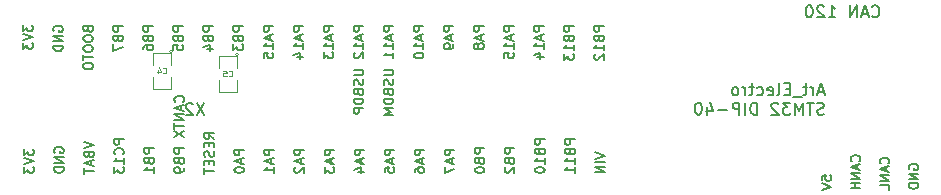
<source format=gbo>
G04 (created by PCBNEW (2013-07-07 BZR 4022)-stable) date 08/01/2015 19:31:04*
%MOIN*%
G04 Gerber Fmt 3.4, Leading zero omitted, Abs format*
%FSLAX34Y34*%
G01*
G70*
G90*
G04 APERTURE LIST*
%ADD10C,0.00590551*%
%ADD11C,0.005*%
%ADD12C,0.008*%
%ADD13C,0.0039*%
%ADD14C,0.0043*%
G04 APERTURE END LIST*
G54D10*
G54D11*
X43978Y-32566D02*
X43978Y-32765D01*
X44101Y-32658D01*
X44101Y-32704D01*
X44116Y-32734D01*
X44131Y-32750D01*
X44162Y-32765D01*
X44239Y-32765D01*
X44269Y-32750D01*
X44285Y-32734D01*
X44300Y-32704D01*
X44300Y-32612D01*
X44285Y-32581D01*
X44269Y-32566D01*
X43978Y-32857D02*
X44300Y-32964D01*
X43978Y-33072D01*
X43978Y-33148D02*
X43978Y-33348D01*
X44101Y-33240D01*
X44101Y-33286D01*
X44116Y-33317D01*
X44131Y-33332D01*
X44162Y-33348D01*
X44239Y-33348D01*
X44269Y-33332D01*
X44285Y-33317D01*
X44300Y-33286D01*
X44300Y-33194D01*
X44285Y-33164D01*
X44269Y-33148D01*
X44995Y-32765D02*
X44979Y-32734D01*
X44979Y-32688D01*
X44995Y-32642D01*
X45025Y-32612D01*
X45056Y-32596D01*
X45117Y-32581D01*
X45163Y-32581D01*
X45225Y-32596D01*
X45255Y-32612D01*
X45286Y-32642D01*
X45301Y-32688D01*
X45301Y-32719D01*
X45286Y-32765D01*
X45271Y-32780D01*
X45163Y-32780D01*
X45163Y-32719D01*
X45301Y-32918D02*
X44979Y-32918D01*
X45301Y-33102D01*
X44979Y-33102D01*
X45301Y-33256D02*
X44979Y-33256D01*
X44979Y-33332D01*
X44995Y-33378D01*
X45025Y-33409D01*
X45056Y-33424D01*
X45117Y-33440D01*
X45163Y-33440D01*
X45225Y-33424D01*
X45255Y-33409D01*
X45286Y-33378D01*
X45301Y-33332D01*
X45301Y-33256D01*
X46134Y-32704D02*
X46150Y-32750D01*
X46165Y-32765D01*
X46196Y-32780D01*
X46242Y-32780D01*
X46272Y-32765D01*
X46288Y-32750D01*
X46303Y-32719D01*
X46303Y-32596D01*
X45981Y-32596D01*
X45981Y-32704D01*
X45996Y-32734D01*
X46012Y-32750D01*
X46042Y-32765D01*
X46073Y-32765D01*
X46104Y-32750D01*
X46119Y-32734D01*
X46134Y-32704D01*
X46134Y-32596D01*
X45981Y-32980D02*
X45981Y-33041D01*
X45996Y-33072D01*
X46027Y-33102D01*
X46088Y-33118D01*
X46196Y-33118D01*
X46257Y-33102D01*
X46288Y-33072D01*
X46303Y-33041D01*
X46303Y-32980D01*
X46288Y-32949D01*
X46257Y-32918D01*
X46196Y-32903D01*
X46088Y-32903D01*
X46027Y-32918D01*
X45996Y-32949D01*
X45981Y-32980D01*
X45981Y-33317D02*
X45981Y-33378D01*
X45996Y-33409D01*
X46027Y-33440D01*
X46088Y-33455D01*
X46196Y-33455D01*
X46257Y-33440D01*
X46288Y-33409D01*
X46303Y-33378D01*
X46303Y-33317D01*
X46288Y-33286D01*
X46257Y-33256D01*
X46196Y-33240D01*
X46088Y-33240D01*
X46027Y-33256D01*
X45996Y-33286D01*
X45981Y-33317D01*
X45981Y-33547D02*
X45981Y-33731D01*
X46303Y-33639D02*
X45981Y-33639D01*
X45981Y-33900D02*
X45981Y-33961D01*
X45996Y-33992D01*
X46027Y-34022D01*
X46088Y-34038D01*
X46196Y-34038D01*
X46257Y-34022D01*
X46288Y-33992D01*
X46303Y-33961D01*
X46303Y-33900D01*
X46288Y-33869D01*
X46257Y-33838D01*
X46196Y-33823D01*
X46088Y-33823D01*
X46027Y-33838D01*
X45996Y-33869D01*
X45981Y-33900D01*
X47305Y-32596D02*
X46983Y-32596D01*
X46983Y-32719D01*
X46998Y-32750D01*
X47013Y-32765D01*
X47044Y-32780D01*
X47090Y-32780D01*
X47121Y-32765D01*
X47136Y-32750D01*
X47151Y-32719D01*
X47151Y-32596D01*
X47136Y-33026D02*
X47151Y-33072D01*
X47167Y-33087D01*
X47197Y-33102D01*
X47243Y-33102D01*
X47274Y-33087D01*
X47289Y-33072D01*
X47305Y-33041D01*
X47305Y-32918D01*
X46983Y-32918D01*
X46983Y-33026D01*
X46998Y-33056D01*
X47013Y-33072D01*
X47044Y-33087D01*
X47075Y-33087D01*
X47105Y-33072D01*
X47121Y-33056D01*
X47136Y-33026D01*
X47136Y-32918D01*
X46983Y-33210D02*
X46983Y-33424D01*
X47305Y-33286D01*
X48306Y-32596D02*
X47984Y-32596D01*
X47984Y-32719D01*
X48000Y-32750D01*
X48015Y-32765D01*
X48046Y-32780D01*
X48092Y-32780D01*
X48122Y-32765D01*
X48138Y-32750D01*
X48153Y-32719D01*
X48153Y-32596D01*
X48138Y-33026D02*
X48153Y-33072D01*
X48168Y-33087D01*
X48199Y-33102D01*
X48245Y-33102D01*
X48276Y-33087D01*
X48291Y-33072D01*
X48306Y-33041D01*
X48306Y-32918D01*
X47984Y-32918D01*
X47984Y-33026D01*
X48000Y-33056D01*
X48015Y-33072D01*
X48046Y-33087D01*
X48076Y-33087D01*
X48107Y-33072D01*
X48122Y-33056D01*
X48138Y-33026D01*
X48138Y-32918D01*
X47984Y-33378D02*
X47984Y-33317D01*
X48000Y-33286D01*
X48015Y-33271D01*
X48061Y-33240D01*
X48122Y-33225D01*
X48245Y-33225D01*
X48276Y-33240D01*
X48291Y-33256D01*
X48306Y-33286D01*
X48306Y-33348D01*
X48291Y-33378D01*
X48276Y-33394D01*
X48245Y-33409D01*
X48168Y-33409D01*
X48138Y-33394D01*
X48122Y-33378D01*
X48107Y-33348D01*
X48107Y-33286D01*
X48122Y-33256D01*
X48138Y-33240D01*
X48168Y-33225D01*
X49308Y-32596D02*
X48986Y-32596D01*
X48986Y-32719D01*
X49001Y-32750D01*
X49017Y-32765D01*
X49047Y-32780D01*
X49093Y-32780D01*
X49124Y-32765D01*
X49139Y-32750D01*
X49155Y-32719D01*
X49155Y-32596D01*
X49139Y-33026D02*
X49155Y-33072D01*
X49170Y-33087D01*
X49201Y-33102D01*
X49247Y-33102D01*
X49277Y-33087D01*
X49293Y-33072D01*
X49308Y-33041D01*
X49308Y-32918D01*
X48986Y-32918D01*
X48986Y-33026D01*
X49001Y-33056D01*
X49017Y-33072D01*
X49047Y-33087D01*
X49078Y-33087D01*
X49109Y-33072D01*
X49124Y-33056D01*
X49139Y-33026D01*
X49139Y-32918D01*
X48986Y-33394D02*
X48986Y-33240D01*
X49139Y-33225D01*
X49124Y-33240D01*
X49109Y-33271D01*
X49109Y-33348D01*
X49124Y-33378D01*
X49139Y-33394D01*
X49170Y-33409D01*
X49247Y-33409D01*
X49277Y-33394D01*
X49293Y-33378D01*
X49308Y-33348D01*
X49308Y-33271D01*
X49293Y-33240D01*
X49277Y-33225D01*
X50309Y-32596D02*
X49987Y-32596D01*
X49987Y-32719D01*
X50003Y-32750D01*
X50018Y-32765D01*
X50049Y-32780D01*
X50095Y-32780D01*
X50125Y-32765D01*
X50141Y-32750D01*
X50156Y-32719D01*
X50156Y-32596D01*
X50141Y-33026D02*
X50156Y-33072D01*
X50171Y-33087D01*
X50202Y-33102D01*
X50248Y-33102D01*
X50279Y-33087D01*
X50294Y-33072D01*
X50309Y-33041D01*
X50309Y-32918D01*
X49987Y-32918D01*
X49987Y-33026D01*
X50003Y-33056D01*
X50018Y-33072D01*
X50049Y-33087D01*
X50079Y-33087D01*
X50110Y-33072D01*
X50125Y-33056D01*
X50141Y-33026D01*
X50141Y-32918D01*
X50095Y-33378D02*
X50309Y-33378D01*
X49972Y-33302D02*
X50202Y-33225D01*
X50202Y-33424D01*
X51311Y-32596D02*
X50989Y-32596D01*
X50989Y-32719D01*
X51004Y-32750D01*
X51020Y-32765D01*
X51050Y-32780D01*
X51096Y-32780D01*
X51127Y-32765D01*
X51142Y-32750D01*
X51158Y-32719D01*
X51158Y-32596D01*
X51142Y-33026D02*
X51158Y-33072D01*
X51173Y-33087D01*
X51204Y-33102D01*
X51250Y-33102D01*
X51280Y-33087D01*
X51296Y-33072D01*
X51311Y-33041D01*
X51311Y-32918D01*
X50989Y-32918D01*
X50989Y-33026D01*
X51004Y-33056D01*
X51020Y-33072D01*
X51050Y-33087D01*
X51081Y-33087D01*
X51112Y-33072D01*
X51127Y-33056D01*
X51142Y-33026D01*
X51142Y-32918D01*
X50989Y-33210D02*
X50989Y-33409D01*
X51112Y-33302D01*
X51112Y-33348D01*
X51127Y-33378D01*
X51142Y-33394D01*
X51173Y-33409D01*
X51250Y-33409D01*
X51280Y-33394D01*
X51296Y-33378D01*
X51311Y-33348D01*
X51311Y-33256D01*
X51296Y-33225D01*
X51280Y-33210D01*
X52313Y-32596D02*
X51991Y-32596D01*
X51991Y-32719D01*
X52006Y-32750D01*
X52021Y-32765D01*
X52052Y-32780D01*
X52098Y-32780D01*
X52129Y-32765D01*
X52144Y-32750D01*
X52159Y-32719D01*
X52159Y-32596D01*
X52221Y-32903D02*
X52221Y-33056D01*
X52313Y-32872D02*
X51991Y-32980D01*
X52313Y-33087D01*
X52313Y-33363D02*
X52313Y-33179D01*
X52313Y-33271D02*
X51991Y-33271D01*
X52037Y-33240D01*
X52067Y-33210D01*
X52083Y-33179D01*
X51991Y-33654D02*
X51991Y-33501D01*
X52144Y-33486D01*
X52129Y-33501D01*
X52113Y-33532D01*
X52113Y-33608D01*
X52129Y-33639D01*
X52144Y-33654D01*
X52175Y-33670D01*
X52251Y-33670D01*
X52282Y-33654D01*
X52297Y-33639D01*
X52313Y-33608D01*
X52313Y-33532D01*
X52297Y-33501D01*
X52282Y-33486D01*
X53314Y-32596D02*
X52992Y-32596D01*
X52992Y-32719D01*
X53008Y-32750D01*
X53023Y-32765D01*
X53054Y-32780D01*
X53100Y-32780D01*
X53130Y-32765D01*
X53146Y-32750D01*
X53161Y-32719D01*
X53161Y-32596D01*
X53222Y-32903D02*
X53222Y-33056D01*
X53314Y-32872D02*
X52992Y-32980D01*
X53314Y-33087D01*
X53314Y-33363D02*
X53314Y-33179D01*
X53314Y-33271D02*
X52992Y-33271D01*
X53038Y-33240D01*
X53069Y-33210D01*
X53084Y-33179D01*
X53100Y-33639D02*
X53314Y-33639D01*
X52977Y-33562D02*
X53207Y-33486D01*
X53207Y-33685D01*
X54316Y-32596D02*
X53994Y-32596D01*
X53994Y-32719D01*
X54009Y-32750D01*
X54025Y-32765D01*
X54055Y-32780D01*
X54101Y-32780D01*
X54132Y-32765D01*
X54147Y-32750D01*
X54163Y-32719D01*
X54163Y-32596D01*
X54224Y-32903D02*
X54224Y-33056D01*
X54316Y-32872D02*
X53994Y-32980D01*
X54316Y-33087D01*
X54316Y-33363D02*
X54316Y-33179D01*
X54316Y-33271D02*
X53994Y-33271D01*
X54040Y-33240D01*
X54071Y-33210D01*
X54086Y-33179D01*
X53994Y-33470D02*
X53994Y-33670D01*
X54117Y-33562D01*
X54117Y-33608D01*
X54132Y-33639D01*
X54147Y-33654D01*
X54178Y-33670D01*
X54255Y-33670D01*
X54285Y-33654D01*
X54301Y-33639D01*
X54316Y-33608D01*
X54316Y-33516D01*
X54301Y-33486D01*
X54285Y-33470D01*
X55317Y-32596D02*
X54995Y-32596D01*
X54995Y-32719D01*
X55011Y-32750D01*
X55026Y-32765D01*
X55057Y-32780D01*
X55103Y-32780D01*
X55133Y-32765D01*
X55149Y-32750D01*
X55164Y-32719D01*
X55164Y-32596D01*
X55225Y-32903D02*
X55225Y-33056D01*
X55317Y-32872D02*
X54995Y-32980D01*
X55317Y-33087D01*
X55317Y-33363D02*
X55317Y-33179D01*
X55317Y-33271D02*
X54995Y-33271D01*
X55041Y-33240D01*
X55072Y-33210D01*
X55087Y-33179D01*
X55026Y-33486D02*
X55011Y-33501D01*
X54995Y-33532D01*
X54995Y-33608D01*
X55011Y-33639D01*
X55026Y-33654D01*
X55057Y-33670D01*
X55087Y-33670D01*
X55133Y-33654D01*
X55317Y-33470D01*
X55317Y-33670D01*
X54995Y-34053D02*
X55256Y-34053D01*
X55287Y-34068D01*
X55302Y-34084D01*
X55317Y-34114D01*
X55317Y-34176D01*
X55302Y-34206D01*
X55287Y-34222D01*
X55256Y-34237D01*
X54995Y-34237D01*
X55302Y-34375D02*
X55317Y-34421D01*
X55317Y-34498D01*
X55302Y-34528D01*
X55287Y-34544D01*
X55256Y-34559D01*
X55225Y-34559D01*
X55195Y-34544D01*
X55179Y-34528D01*
X55164Y-34498D01*
X55149Y-34436D01*
X55133Y-34406D01*
X55118Y-34390D01*
X55087Y-34375D01*
X55057Y-34375D01*
X55026Y-34390D01*
X55011Y-34406D01*
X54995Y-34436D01*
X54995Y-34513D01*
X55011Y-34559D01*
X55149Y-34804D02*
X55164Y-34850D01*
X55179Y-34866D01*
X55210Y-34881D01*
X55256Y-34881D01*
X55287Y-34866D01*
X55302Y-34850D01*
X55317Y-34820D01*
X55317Y-34697D01*
X54995Y-34697D01*
X54995Y-34804D01*
X55011Y-34835D01*
X55026Y-34850D01*
X55057Y-34866D01*
X55087Y-34866D01*
X55118Y-34850D01*
X55133Y-34835D01*
X55149Y-34804D01*
X55149Y-34697D01*
X55317Y-35019D02*
X54995Y-35019D01*
X54995Y-35096D01*
X55011Y-35142D01*
X55041Y-35172D01*
X55072Y-35188D01*
X55133Y-35203D01*
X55179Y-35203D01*
X55241Y-35188D01*
X55271Y-35172D01*
X55302Y-35142D01*
X55317Y-35096D01*
X55317Y-35019D01*
X55317Y-35341D02*
X54995Y-35341D01*
X54995Y-35464D01*
X55011Y-35494D01*
X55026Y-35510D01*
X55057Y-35525D01*
X55103Y-35525D01*
X55133Y-35510D01*
X55149Y-35494D01*
X55164Y-35464D01*
X55164Y-35341D01*
X56319Y-32596D02*
X55997Y-32596D01*
X55997Y-32719D01*
X56012Y-32750D01*
X56028Y-32765D01*
X56058Y-32780D01*
X56104Y-32780D01*
X56135Y-32765D01*
X56150Y-32750D01*
X56166Y-32719D01*
X56166Y-32596D01*
X56227Y-32903D02*
X56227Y-33056D01*
X56319Y-32872D02*
X55997Y-32980D01*
X56319Y-33087D01*
X56319Y-33363D02*
X56319Y-33179D01*
X56319Y-33271D02*
X55997Y-33271D01*
X56043Y-33240D01*
X56074Y-33210D01*
X56089Y-33179D01*
X56319Y-33670D02*
X56319Y-33486D01*
X56319Y-33578D02*
X55997Y-33578D01*
X56043Y-33547D01*
X56074Y-33516D01*
X56089Y-33486D01*
X55997Y-34053D02*
X56258Y-34053D01*
X56288Y-34068D01*
X56304Y-34084D01*
X56319Y-34114D01*
X56319Y-34176D01*
X56304Y-34206D01*
X56288Y-34222D01*
X56258Y-34237D01*
X55997Y-34237D01*
X56304Y-34375D02*
X56319Y-34421D01*
X56319Y-34498D01*
X56304Y-34528D01*
X56288Y-34544D01*
X56258Y-34559D01*
X56227Y-34559D01*
X56196Y-34544D01*
X56181Y-34528D01*
X56166Y-34498D01*
X56150Y-34436D01*
X56135Y-34406D01*
X56120Y-34390D01*
X56089Y-34375D01*
X56058Y-34375D01*
X56028Y-34390D01*
X56012Y-34406D01*
X55997Y-34436D01*
X55997Y-34513D01*
X56012Y-34559D01*
X56150Y-34804D02*
X56166Y-34850D01*
X56181Y-34866D01*
X56212Y-34881D01*
X56258Y-34881D01*
X56288Y-34866D01*
X56304Y-34850D01*
X56319Y-34820D01*
X56319Y-34697D01*
X55997Y-34697D01*
X55997Y-34804D01*
X56012Y-34835D01*
X56028Y-34850D01*
X56058Y-34866D01*
X56089Y-34866D01*
X56120Y-34850D01*
X56135Y-34835D01*
X56150Y-34804D01*
X56150Y-34697D01*
X56319Y-35019D02*
X55997Y-35019D01*
X55997Y-35096D01*
X56012Y-35142D01*
X56043Y-35172D01*
X56074Y-35188D01*
X56135Y-35203D01*
X56181Y-35203D01*
X56242Y-35188D01*
X56273Y-35172D01*
X56304Y-35142D01*
X56319Y-35096D01*
X56319Y-35019D01*
X56319Y-35341D02*
X55997Y-35341D01*
X56227Y-35448D01*
X55997Y-35556D01*
X56319Y-35556D01*
X57321Y-32596D02*
X56999Y-32596D01*
X56999Y-32719D01*
X57014Y-32750D01*
X57029Y-32765D01*
X57060Y-32780D01*
X57106Y-32780D01*
X57137Y-32765D01*
X57152Y-32750D01*
X57167Y-32719D01*
X57167Y-32596D01*
X57229Y-32903D02*
X57229Y-33056D01*
X57321Y-32872D02*
X56999Y-32980D01*
X57321Y-33087D01*
X57321Y-33363D02*
X57321Y-33179D01*
X57321Y-33271D02*
X56999Y-33271D01*
X57045Y-33240D01*
X57075Y-33210D01*
X57091Y-33179D01*
X56999Y-33562D02*
X56999Y-33593D01*
X57014Y-33624D01*
X57029Y-33639D01*
X57060Y-33654D01*
X57121Y-33670D01*
X57198Y-33670D01*
X57259Y-33654D01*
X57290Y-33639D01*
X57305Y-33624D01*
X57321Y-33593D01*
X57321Y-33562D01*
X57305Y-33532D01*
X57290Y-33516D01*
X57259Y-33501D01*
X57198Y-33486D01*
X57121Y-33486D01*
X57060Y-33501D01*
X57029Y-33516D01*
X57014Y-33532D01*
X56999Y-33562D01*
X58322Y-32596D02*
X58000Y-32596D01*
X58000Y-32719D01*
X58016Y-32750D01*
X58031Y-32765D01*
X58062Y-32780D01*
X58108Y-32780D01*
X58138Y-32765D01*
X58154Y-32750D01*
X58169Y-32719D01*
X58169Y-32596D01*
X58230Y-32903D02*
X58230Y-33056D01*
X58322Y-32872D02*
X58000Y-32980D01*
X58322Y-33087D01*
X58322Y-33210D02*
X58322Y-33271D01*
X58307Y-33302D01*
X58292Y-33317D01*
X58246Y-33348D01*
X58184Y-33363D01*
X58062Y-33363D01*
X58031Y-33348D01*
X58016Y-33332D01*
X58000Y-33302D01*
X58000Y-33240D01*
X58016Y-33210D01*
X58031Y-33194D01*
X58062Y-33179D01*
X58138Y-33179D01*
X58169Y-33194D01*
X58184Y-33210D01*
X58200Y-33240D01*
X58200Y-33302D01*
X58184Y-33332D01*
X58169Y-33348D01*
X58138Y-33363D01*
X59324Y-32596D02*
X59002Y-32596D01*
X59002Y-32719D01*
X59017Y-32750D01*
X59033Y-32765D01*
X59063Y-32780D01*
X59109Y-32780D01*
X59140Y-32765D01*
X59155Y-32750D01*
X59171Y-32719D01*
X59171Y-32596D01*
X59232Y-32903D02*
X59232Y-33056D01*
X59324Y-32872D02*
X59002Y-32980D01*
X59324Y-33087D01*
X59140Y-33240D02*
X59125Y-33210D01*
X59109Y-33194D01*
X59079Y-33179D01*
X59063Y-33179D01*
X59033Y-33194D01*
X59017Y-33210D01*
X59002Y-33240D01*
X59002Y-33302D01*
X59017Y-33332D01*
X59033Y-33348D01*
X59063Y-33363D01*
X59079Y-33363D01*
X59109Y-33348D01*
X59125Y-33332D01*
X59140Y-33302D01*
X59140Y-33240D01*
X59155Y-33210D01*
X59171Y-33194D01*
X59201Y-33179D01*
X59263Y-33179D01*
X59293Y-33194D01*
X59309Y-33210D01*
X59324Y-33240D01*
X59324Y-33302D01*
X59309Y-33332D01*
X59293Y-33348D01*
X59263Y-33363D01*
X59201Y-33363D01*
X59171Y-33348D01*
X59155Y-33332D01*
X59140Y-33302D01*
X60325Y-32596D02*
X60003Y-32596D01*
X60003Y-32719D01*
X60019Y-32750D01*
X60034Y-32765D01*
X60065Y-32780D01*
X60111Y-32780D01*
X60141Y-32765D01*
X60157Y-32750D01*
X60172Y-32719D01*
X60172Y-32596D01*
X60233Y-32903D02*
X60233Y-33056D01*
X60325Y-32872D02*
X60003Y-32980D01*
X60325Y-33087D01*
X60325Y-33363D02*
X60325Y-33179D01*
X60325Y-33271D02*
X60003Y-33271D01*
X60049Y-33240D01*
X60080Y-33210D01*
X60095Y-33179D01*
X60003Y-33654D02*
X60003Y-33501D01*
X60157Y-33486D01*
X60141Y-33501D01*
X60126Y-33532D01*
X60126Y-33608D01*
X60141Y-33639D01*
X60157Y-33654D01*
X60187Y-33670D01*
X60264Y-33670D01*
X60295Y-33654D01*
X60310Y-33639D01*
X60325Y-33608D01*
X60325Y-33532D01*
X60310Y-33501D01*
X60295Y-33486D01*
X61327Y-32596D02*
X61005Y-32596D01*
X61005Y-32719D01*
X61020Y-32750D01*
X61036Y-32765D01*
X61066Y-32780D01*
X61112Y-32780D01*
X61143Y-32765D01*
X61158Y-32750D01*
X61174Y-32719D01*
X61174Y-32596D01*
X61235Y-32903D02*
X61235Y-33056D01*
X61327Y-32872D02*
X61005Y-32980D01*
X61327Y-33087D01*
X61327Y-33363D02*
X61327Y-33179D01*
X61327Y-33271D02*
X61005Y-33271D01*
X61051Y-33240D01*
X61082Y-33210D01*
X61097Y-33179D01*
X61112Y-33639D02*
X61327Y-33639D01*
X60990Y-33562D02*
X61220Y-33486D01*
X61220Y-33685D01*
X62329Y-32596D02*
X62007Y-32596D01*
X62007Y-32719D01*
X62022Y-32750D01*
X62037Y-32765D01*
X62068Y-32780D01*
X62114Y-32780D01*
X62145Y-32765D01*
X62160Y-32750D01*
X62175Y-32719D01*
X62175Y-32596D01*
X62160Y-33026D02*
X62175Y-33072D01*
X62191Y-33087D01*
X62221Y-33102D01*
X62267Y-33102D01*
X62298Y-33087D01*
X62313Y-33072D01*
X62329Y-33041D01*
X62329Y-32918D01*
X62007Y-32918D01*
X62007Y-33026D01*
X62022Y-33056D01*
X62037Y-33072D01*
X62068Y-33087D01*
X62099Y-33087D01*
X62129Y-33072D01*
X62145Y-33056D01*
X62160Y-33026D01*
X62160Y-32918D01*
X62329Y-33409D02*
X62329Y-33225D01*
X62329Y-33317D02*
X62007Y-33317D01*
X62053Y-33286D01*
X62083Y-33256D01*
X62099Y-33225D01*
X62007Y-33516D02*
X62007Y-33716D01*
X62129Y-33608D01*
X62129Y-33654D01*
X62145Y-33685D01*
X62160Y-33700D01*
X62191Y-33716D01*
X62267Y-33716D01*
X62298Y-33700D01*
X62313Y-33685D01*
X62329Y-33654D01*
X62329Y-33562D01*
X62313Y-33532D01*
X62298Y-33516D01*
X63330Y-32596D02*
X63008Y-32596D01*
X63008Y-32719D01*
X63024Y-32750D01*
X63039Y-32765D01*
X63070Y-32780D01*
X63116Y-32780D01*
X63146Y-32765D01*
X63162Y-32750D01*
X63177Y-32719D01*
X63177Y-32596D01*
X63162Y-33026D02*
X63177Y-33072D01*
X63192Y-33087D01*
X63223Y-33102D01*
X63269Y-33102D01*
X63300Y-33087D01*
X63315Y-33072D01*
X63330Y-33041D01*
X63330Y-32918D01*
X63008Y-32918D01*
X63008Y-33026D01*
X63024Y-33056D01*
X63039Y-33072D01*
X63070Y-33087D01*
X63100Y-33087D01*
X63131Y-33072D01*
X63146Y-33056D01*
X63162Y-33026D01*
X63162Y-32918D01*
X63330Y-33409D02*
X63330Y-33225D01*
X63330Y-33317D02*
X63008Y-33317D01*
X63054Y-33286D01*
X63085Y-33256D01*
X63100Y-33225D01*
X63039Y-33532D02*
X63024Y-33547D01*
X63008Y-33578D01*
X63008Y-33654D01*
X63024Y-33685D01*
X63039Y-33700D01*
X63070Y-33716D01*
X63100Y-33716D01*
X63146Y-33700D01*
X63330Y-33516D01*
X63330Y-33716D01*
X70595Y-37740D02*
X70595Y-37592D01*
X70743Y-37578D01*
X70728Y-37592D01*
X70713Y-37622D01*
X70713Y-37696D01*
X70728Y-37725D01*
X70743Y-37740D01*
X70772Y-37755D01*
X70846Y-37755D01*
X70875Y-37740D01*
X70890Y-37725D01*
X70905Y-37696D01*
X70905Y-37622D01*
X70890Y-37592D01*
X70875Y-37578D01*
X70595Y-37843D02*
X70905Y-37947D01*
X70595Y-38050D01*
X71843Y-37105D02*
X71858Y-37090D01*
X71873Y-37046D01*
X71873Y-37017D01*
X71858Y-36972D01*
X71829Y-36943D01*
X71799Y-36928D01*
X71740Y-36913D01*
X71696Y-36913D01*
X71637Y-36928D01*
X71607Y-36943D01*
X71578Y-36972D01*
X71563Y-37017D01*
X71563Y-37046D01*
X71578Y-37090D01*
X71593Y-37105D01*
X71784Y-37223D02*
X71784Y-37371D01*
X71873Y-37194D02*
X71563Y-37297D01*
X71873Y-37400D01*
X71873Y-37504D02*
X71563Y-37504D01*
X71873Y-37681D01*
X71563Y-37681D01*
X71873Y-37829D02*
X71563Y-37829D01*
X71711Y-37829D02*
X71711Y-38006D01*
X71873Y-38006D02*
X71563Y-38006D01*
X72811Y-37179D02*
X72826Y-37164D01*
X72841Y-37120D01*
X72841Y-37090D01*
X72826Y-37046D01*
X72797Y-37017D01*
X72767Y-37002D01*
X72708Y-36987D01*
X72664Y-36987D01*
X72605Y-37002D01*
X72575Y-37017D01*
X72546Y-37046D01*
X72531Y-37090D01*
X72531Y-37120D01*
X72546Y-37164D01*
X72561Y-37179D01*
X72752Y-37297D02*
X72752Y-37445D01*
X72841Y-37268D02*
X72531Y-37371D01*
X72841Y-37474D01*
X72841Y-37578D02*
X72531Y-37578D01*
X72841Y-37755D01*
X72531Y-37755D01*
X72841Y-38050D02*
X72841Y-37902D01*
X72531Y-37902D01*
X73514Y-37371D02*
X73499Y-37341D01*
X73499Y-37297D01*
X73514Y-37253D01*
X73543Y-37223D01*
X73573Y-37209D01*
X73632Y-37194D01*
X73676Y-37194D01*
X73735Y-37209D01*
X73765Y-37223D01*
X73794Y-37253D01*
X73809Y-37297D01*
X73809Y-37327D01*
X73794Y-37371D01*
X73779Y-37386D01*
X73676Y-37386D01*
X73676Y-37327D01*
X73809Y-37519D02*
X73499Y-37519D01*
X73809Y-37696D01*
X73499Y-37696D01*
X73809Y-37843D02*
X73499Y-37843D01*
X73499Y-37917D01*
X73514Y-37961D01*
X73543Y-37991D01*
X73573Y-38006D01*
X73632Y-38020D01*
X73676Y-38020D01*
X73735Y-38006D01*
X73765Y-37991D01*
X73794Y-37961D01*
X73809Y-37917D01*
X73809Y-37843D01*
X72270Y-32273D02*
X72290Y-32292D01*
X72347Y-32311D01*
X72385Y-32311D01*
X72442Y-32292D01*
X72480Y-32254D01*
X72499Y-32216D01*
X72518Y-32140D01*
X72518Y-32083D01*
X72499Y-32007D01*
X72480Y-31969D01*
X72442Y-31930D01*
X72385Y-31911D01*
X72347Y-31911D01*
X72290Y-31930D01*
X72270Y-31950D01*
X72118Y-32197D02*
X71928Y-32197D01*
X72156Y-32311D02*
X72023Y-31911D01*
X71890Y-32311D01*
X71756Y-32311D02*
X71756Y-31911D01*
X71528Y-32311D01*
X71528Y-31911D01*
X70823Y-32311D02*
X71051Y-32311D01*
X70937Y-32311D02*
X70937Y-31911D01*
X70975Y-31969D01*
X71013Y-32007D01*
X71051Y-32026D01*
X70670Y-31950D02*
X70651Y-31930D01*
X70613Y-31911D01*
X70518Y-31911D01*
X70480Y-31930D01*
X70461Y-31950D01*
X70442Y-31988D01*
X70442Y-32026D01*
X70461Y-32083D01*
X70690Y-32311D01*
X70442Y-32311D01*
X70194Y-31911D02*
X70156Y-31911D01*
X70118Y-31930D01*
X70099Y-31950D01*
X70080Y-31988D01*
X70061Y-32064D01*
X70061Y-32159D01*
X70080Y-32235D01*
X70099Y-32273D01*
X70118Y-32292D01*
X70156Y-32311D01*
X70194Y-32311D01*
X70232Y-32292D01*
X70251Y-32273D01*
X70270Y-32235D01*
X70290Y-32159D01*
X70290Y-32064D01*
X70270Y-31988D01*
X70251Y-31950D01*
X70232Y-31930D01*
X70194Y-31911D01*
X44008Y-36706D02*
X44008Y-36906D01*
X44131Y-36798D01*
X44131Y-36844D01*
X44146Y-36875D01*
X44161Y-36890D01*
X44192Y-36906D01*
X44269Y-36906D01*
X44299Y-36890D01*
X44315Y-36875D01*
X44330Y-36844D01*
X44330Y-36752D01*
X44315Y-36722D01*
X44299Y-36706D01*
X44008Y-36998D02*
X44330Y-37105D01*
X44008Y-37212D01*
X44008Y-37289D02*
X44008Y-37488D01*
X44131Y-37381D01*
X44131Y-37427D01*
X44146Y-37458D01*
X44161Y-37473D01*
X44192Y-37488D01*
X44269Y-37488D01*
X44299Y-37473D01*
X44315Y-37458D01*
X44330Y-37427D01*
X44330Y-37335D01*
X44315Y-37304D01*
X44299Y-37289D01*
X45025Y-36814D02*
X45009Y-36783D01*
X45009Y-36737D01*
X45025Y-36691D01*
X45055Y-36660D01*
X45086Y-36645D01*
X45147Y-36630D01*
X45193Y-36630D01*
X45255Y-36645D01*
X45285Y-36660D01*
X45316Y-36691D01*
X45331Y-36737D01*
X45331Y-36768D01*
X45316Y-36814D01*
X45301Y-36829D01*
X45193Y-36829D01*
X45193Y-36768D01*
X45331Y-36967D02*
X45009Y-36967D01*
X45331Y-37151D01*
X45009Y-37151D01*
X45331Y-37304D02*
X45009Y-37304D01*
X45009Y-37381D01*
X45025Y-37427D01*
X45055Y-37458D01*
X45086Y-37473D01*
X45147Y-37488D01*
X45193Y-37488D01*
X45255Y-37473D01*
X45285Y-37458D01*
X45316Y-37427D01*
X45331Y-37381D01*
X45331Y-37304D01*
X46011Y-36461D02*
X46333Y-36568D01*
X46011Y-36676D01*
X46164Y-36890D02*
X46180Y-36936D01*
X46195Y-36952D01*
X46226Y-36967D01*
X46272Y-36967D01*
X46302Y-36952D01*
X46318Y-36936D01*
X46333Y-36906D01*
X46333Y-36783D01*
X46011Y-36783D01*
X46011Y-36890D01*
X46026Y-36921D01*
X46042Y-36936D01*
X46072Y-36952D01*
X46103Y-36952D01*
X46134Y-36936D01*
X46149Y-36921D01*
X46164Y-36890D01*
X46164Y-36783D01*
X46241Y-37090D02*
X46241Y-37243D01*
X46333Y-37059D02*
X46011Y-37166D01*
X46333Y-37274D01*
X46011Y-37335D02*
X46011Y-37519D01*
X46333Y-37427D02*
X46011Y-37427D01*
X47335Y-36369D02*
X47013Y-36369D01*
X47013Y-36492D01*
X47028Y-36522D01*
X47043Y-36538D01*
X47074Y-36553D01*
X47120Y-36553D01*
X47151Y-36538D01*
X47166Y-36522D01*
X47181Y-36492D01*
X47181Y-36369D01*
X47304Y-36875D02*
X47319Y-36860D01*
X47335Y-36814D01*
X47335Y-36783D01*
X47319Y-36737D01*
X47289Y-36706D01*
X47258Y-36691D01*
X47197Y-36676D01*
X47151Y-36676D01*
X47089Y-36691D01*
X47059Y-36706D01*
X47028Y-36737D01*
X47013Y-36783D01*
X47013Y-36814D01*
X47028Y-36860D01*
X47043Y-36875D01*
X47335Y-37182D02*
X47335Y-36998D01*
X47335Y-37090D02*
X47013Y-37090D01*
X47059Y-37059D01*
X47089Y-37028D01*
X47105Y-36998D01*
X47013Y-37289D02*
X47013Y-37488D01*
X47135Y-37381D01*
X47135Y-37427D01*
X47151Y-37458D01*
X47166Y-37473D01*
X47197Y-37488D01*
X47273Y-37488D01*
X47304Y-37473D01*
X47319Y-37458D01*
X47335Y-37427D01*
X47335Y-37335D01*
X47319Y-37304D01*
X47304Y-37289D01*
X48336Y-36676D02*
X48014Y-36676D01*
X48014Y-36798D01*
X48030Y-36829D01*
X48045Y-36844D01*
X48076Y-36860D01*
X48122Y-36860D01*
X48152Y-36844D01*
X48168Y-36829D01*
X48183Y-36798D01*
X48183Y-36676D01*
X48168Y-37105D02*
X48183Y-37151D01*
X48198Y-37166D01*
X48229Y-37182D01*
X48275Y-37182D01*
X48306Y-37166D01*
X48321Y-37151D01*
X48336Y-37120D01*
X48336Y-36998D01*
X48014Y-36998D01*
X48014Y-37105D01*
X48030Y-37136D01*
X48045Y-37151D01*
X48076Y-37166D01*
X48106Y-37166D01*
X48137Y-37151D01*
X48152Y-37136D01*
X48168Y-37105D01*
X48168Y-36998D01*
X48336Y-37488D02*
X48336Y-37304D01*
X48336Y-37396D02*
X48014Y-37396D01*
X48060Y-37366D01*
X48091Y-37335D01*
X48106Y-37304D01*
X49307Y-35127D02*
X49323Y-35112D01*
X49338Y-35066D01*
X49338Y-35035D01*
X49323Y-34989D01*
X49292Y-34958D01*
X49261Y-34943D01*
X49200Y-34928D01*
X49154Y-34928D01*
X49093Y-34943D01*
X49062Y-34958D01*
X49031Y-34989D01*
X49016Y-35035D01*
X49016Y-35066D01*
X49031Y-35112D01*
X49047Y-35127D01*
X49246Y-35250D02*
X49246Y-35403D01*
X49338Y-35219D02*
X49016Y-35326D01*
X49338Y-35434D01*
X49338Y-35541D02*
X49016Y-35541D01*
X49338Y-35725D01*
X49016Y-35725D01*
X49016Y-35832D02*
X49016Y-36016D01*
X49338Y-35924D02*
X49016Y-35924D01*
X49016Y-36093D02*
X49338Y-36308D01*
X49016Y-36308D02*
X49338Y-36093D01*
X49338Y-36676D02*
X49016Y-36676D01*
X49016Y-36798D01*
X49031Y-36829D01*
X49047Y-36844D01*
X49077Y-36860D01*
X49123Y-36860D01*
X49154Y-36844D01*
X49169Y-36829D01*
X49185Y-36798D01*
X49185Y-36676D01*
X49169Y-37105D02*
X49185Y-37151D01*
X49200Y-37166D01*
X49231Y-37182D01*
X49277Y-37182D01*
X49307Y-37166D01*
X49323Y-37151D01*
X49338Y-37120D01*
X49338Y-36998D01*
X49016Y-36998D01*
X49016Y-37105D01*
X49031Y-37136D01*
X49047Y-37151D01*
X49077Y-37166D01*
X49108Y-37166D01*
X49139Y-37151D01*
X49154Y-37136D01*
X49169Y-37105D01*
X49169Y-36998D01*
X49338Y-37335D02*
X49338Y-37396D01*
X49323Y-37427D01*
X49307Y-37442D01*
X49261Y-37473D01*
X49200Y-37488D01*
X49077Y-37488D01*
X49047Y-37473D01*
X49031Y-37458D01*
X49016Y-37427D01*
X49016Y-37366D01*
X49031Y-37335D01*
X49047Y-37320D01*
X49077Y-37304D01*
X49154Y-37304D01*
X49185Y-37320D01*
X49200Y-37335D01*
X49215Y-37366D01*
X49215Y-37427D01*
X49200Y-37458D01*
X49185Y-37473D01*
X49154Y-37488D01*
X50339Y-36353D02*
X50186Y-36246D01*
X50339Y-36169D02*
X50017Y-36169D01*
X50017Y-36292D01*
X50033Y-36323D01*
X50048Y-36338D01*
X50079Y-36353D01*
X50125Y-36353D01*
X50155Y-36338D01*
X50171Y-36323D01*
X50186Y-36292D01*
X50186Y-36169D01*
X50171Y-36491D02*
X50171Y-36599D01*
X50339Y-36645D02*
X50339Y-36491D01*
X50017Y-36491D01*
X50017Y-36645D01*
X50324Y-36768D02*
X50339Y-36814D01*
X50339Y-36890D01*
X50324Y-36921D01*
X50309Y-36936D01*
X50278Y-36952D01*
X50247Y-36952D01*
X50217Y-36936D01*
X50201Y-36921D01*
X50186Y-36890D01*
X50171Y-36829D01*
X50155Y-36798D01*
X50140Y-36783D01*
X50109Y-36768D01*
X50079Y-36768D01*
X50048Y-36783D01*
X50033Y-36798D01*
X50017Y-36829D01*
X50017Y-36906D01*
X50033Y-36952D01*
X50171Y-37089D02*
X50171Y-37197D01*
X50339Y-37243D02*
X50339Y-37089D01*
X50017Y-37089D01*
X50017Y-37243D01*
X50017Y-37335D02*
X50017Y-37519D01*
X50339Y-37427D02*
X50017Y-37427D01*
X51341Y-36722D02*
X51019Y-36722D01*
X51019Y-36844D01*
X51034Y-36875D01*
X51050Y-36890D01*
X51080Y-36906D01*
X51126Y-36906D01*
X51157Y-36890D01*
X51172Y-36875D01*
X51188Y-36844D01*
X51188Y-36722D01*
X51249Y-37028D02*
X51249Y-37182D01*
X51341Y-36998D02*
X51019Y-37105D01*
X51341Y-37212D01*
X51019Y-37381D02*
X51019Y-37412D01*
X51034Y-37442D01*
X51050Y-37458D01*
X51080Y-37473D01*
X51142Y-37488D01*
X51218Y-37488D01*
X51280Y-37473D01*
X51310Y-37458D01*
X51326Y-37442D01*
X51341Y-37412D01*
X51341Y-37381D01*
X51326Y-37350D01*
X51310Y-37335D01*
X51280Y-37320D01*
X51218Y-37304D01*
X51142Y-37304D01*
X51080Y-37320D01*
X51050Y-37335D01*
X51034Y-37350D01*
X51019Y-37381D01*
X52343Y-36722D02*
X52021Y-36722D01*
X52021Y-36844D01*
X52036Y-36875D01*
X52051Y-36890D01*
X52082Y-36906D01*
X52128Y-36906D01*
X52159Y-36890D01*
X52174Y-36875D01*
X52189Y-36844D01*
X52189Y-36722D01*
X52251Y-37028D02*
X52251Y-37182D01*
X52343Y-36998D02*
X52021Y-37105D01*
X52343Y-37212D01*
X52343Y-37488D02*
X52343Y-37304D01*
X52343Y-37396D02*
X52021Y-37396D01*
X52067Y-37366D01*
X52097Y-37335D01*
X52113Y-37304D01*
X53344Y-36722D02*
X53022Y-36722D01*
X53022Y-36844D01*
X53038Y-36875D01*
X53053Y-36890D01*
X53084Y-36906D01*
X53130Y-36906D01*
X53160Y-36890D01*
X53176Y-36875D01*
X53191Y-36844D01*
X53191Y-36722D01*
X53252Y-37028D02*
X53252Y-37182D01*
X53344Y-36998D02*
X53022Y-37105D01*
X53344Y-37212D01*
X53053Y-37304D02*
X53038Y-37320D01*
X53022Y-37350D01*
X53022Y-37427D01*
X53038Y-37458D01*
X53053Y-37473D01*
X53084Y-37488D01*
X53114Y-37488D01*
X53160Y-37473D01*
X53344Y-37289D01*
X53344Y-37488D01*
X54346Y-36722D02*
X54024Y-36722D01*
X54024Y-36844D01*
X54039Y-36875D01*
X54055Y-36890D01*
X54085Y-36906D01*
X54131Y-36906D01*
X54162Y-36890D01*
X54177Y-36875D01*
X54193Y-36844D01*
X54193Y-36722D01*
X54254Y-37028D02*
X54254Y-37182D01*
X54346Y-36998D02*
X54024Y-37105D01*
X54346Y-37212D01*
X54024Y-37289D02*
X54024Y-37488D01*
X54147Y-37381D01*
X54147Y-37427D01*
X54162Y-37458D01*
X54177Y-37473D01*
X54208Y-37488D01*
X54285Y-37488D01*
X54315Y-37473D01*
X54331Y-37458D01*
X54346Y-37427D01*
X54346Y-37335D01*
X54331Y-37304D01*
X54315Y-37289D01*
X55347Y-36722D02*
X55025Y-36722D01*
X55025Y-36844D01*
X55041Y-36875D01*
X55056Y-36890D01*
X55087Y-36906D01*
X55133Y-36906D01*
X55163Y-36890D01*
X55179Y-36875D01*
X55194Y-36844D01*
X55194Y-36722D01*
X55255Y-37028D02*
X55255Y-37182D01*
X55347Y-36998D02*
X55025Y-37105D01*
X55347Y-37212D01*
X55133Y-37458D02*
X55347Y-37458D01*
X55010Y-37381D02*
X55240Y-37304D01*
X55240Y-37504D01*
X56349Y-36722D02*
X56027Y-36722D01*
X56027Y-36844D01*
X56042Y-36875D01*
X56058Y-36890D01*
X56088Y-36906D01*
X56134Y-36906D01*
X56165Y-36890D01*
X56180Y-36875D01*
X56196Y-36844D01*
X56196Y-36722D01*
X56257Y-37028D02*
X56257Y-37182D01*
X56349Y-36998D02*
X56027Y-37105D01*
X56349Y-37212D01*
X56027Y-37473D02*
X56027Y-37320D01*
X56180Y-37304D01*
X56165Y-37320D01*
X56150Y-37350D01*
X56150Y-37427D01*
X56165Y-37458D01*
X56180Y-37473D01*
X56211Y-37488D01*
X56288Y-37488D01*
X56318Y-37473D01*
X56334Y-37458D01*
X56349Y-37427D01*
X56349Y-37350D01*
X56334Y-37320D01*
X56318Y-37304D01*
X57351Y-36722D02*
X57029Y-36722D01*
X57029Y-36844D01*
X57044Y-36875D01*
X57059Y-36890D01*
X57090Y-36906D01*
X57136Y-36906D01*
X57167Y-36890D01*
X57182Y-36875D01*
X57197Y-36844D01*
X57197Y-36722D01*
X57259Y-37028D02*
X57259Y-37182D01*
X57351Y-36998D02*
X57029Y-37105D01*
X57351Y-37212D01*
X57029Y-37458D02*
X57029Y-37396D01*
X57044Y-37366D01*
X57059Y-37350D01*
X57105Y-37320D01*
X57167Y-37304D01*
X57289Y-37304D01*
X57320Y-37320D01*
X57335Y-37335D01*
X57351Y-37366D01*
X57351Y-37427D01*
X57335Y-37458D01*
X57320Y-37473D01*
X57289Y-37488D01*
X57213Y-37488D01*
X57182Y-37473D01*
X57167Y-37458D01*
X57151Y-37427D01*
X57151Y-37366D01*
X57167Y-37335D01*
X57182Y-37320D01*
X57213Y-37304D01*
X58352Y-36722D02*
X58030Y-36722D01*
X58030Y-36844D01*
X58046Y-36875D01*
X58061Y-36890D01*
X58092Y-36906D01*
X58138Y-36906D01*
X58168Y-36890D01*
X58184Y-36875D01*
X58199Y-36844D01*
X58199Y-36722D01*
X58260Y-37028D02*
X58260Y-37182D01*
X58352Y-36998D02*
X58030Y-37105D01*
X58352Y-37212D01*
X58030Y-37289D02*
X58030Y-37504D01*
X58352Y-37366D01*
X59354Y-36676D02*
X59032Y-36676D01*
X59032Y-36798D01*
X59047Y-36829D01*
X59063Y-36844D01*
X59093Y-36860D01*
X59139Y-36860D01*
X59170Y-36844D01*
X59185Y-36829D01*
X59201Y-36798D01*
X59201Y-36676D01*
X59185Y-37105D02*
X59201Y-37151D01*
X59216Y-37166D01*
X59247Y-37182D01*
X59293Y-37182D01*
X59323Y-37166D01*
X59339Y-37151D01*
X59354Y-37120D01*
X59354Y-36998D01*
X59032Y-36998D01*
X59032Y-37105D01*
X59047Y-37136D01*
X59063Y-37151D01*
X59093Y-37166D01*
X59124Y-37166D01*
X59155Y-37151D01*
X59170Y-37136D01*
X59185Y-37105D01*
X59185Y-36998D01*
X59032Y-37381D02*
X59032Y-37412D01*
X59047Y-37442D01*
X59063Y-37458D01*
X59093Y-37473D01*
X59155Y-37488D01*
X59231Y-37488D01*
X59293Y-37473D01*
X59323Y-37458D01*
X59339Y-37442D01*
X59354Y-37412D01*
X59354Y-37381D01*
X59339Y-37350D01*
X59323Y-37335D01*
X59293Y-37320D01*
X59231Y-37304D01*
X59155Y-37304D01*
X59093Y-37320D01*
X59063Y-37335D01*
X59047Y-37350D01*
X59032Y-37381D01*
X60355Y-36676D02*
X60033Y-36676D01*
X60033Y-36798D01*
X60049Y-36829D01*
X60064Y-36844D01*
X60095Y-36860D01*
X60141Y-36860D01*
X60171Y-36844D01*
X60187Y-36829D01*
X60202Y-36798D01*
X60202Y-36676D01*
X60187Y-37105D02*
X60202Y-37151D01*
X60217Y-37166D01*
X60248Y-37182D01*
X60294Y-37182D01*
X60325Y-37166D01*
X60340Y-37151D01*
X60355Y-37120D01*
X60355Y-36998D01*
X60033Y-36998D01*
X60033Y-37105D01*
X60049Y-37136D01*
X60064Y-37151D01*
X60095Y-37166D01*
X60125Y-37166D01*
X60156Y-37151D01*
X60171Y-37136D01*
X60187Y-37105D01*
X60187Y-36998D01*
X60064Y-37304D02*
X60049Y-37320D01*
X60033Y-37350D01*
X60033Y-37427D01*
X60049Y-37458D01*
X60064Y-37473D01*
X60095Y-37488D01*
X60125Y-37488D01*
X60171Y-37473D01*
X60355Y-37289D01*
X60355Y-37488D01*
X61357Y-36369D02*
X61035Y-36369D01*
X61035Y-36492D01*
X61050Y-36522D01*
X61066Y-36538D01*
X61096Y-36553D01*
X61142Y-36553D01*
X61173Y-36538D01*
X61188Y-36522D01*
X61204Y-36492D01*
X61204Y-36369D01*
X61188Y-36798D02*
X61204Y-36844D01*
X61219Y-36860D01*
X61250Y-36875D01*
X61296Y-36875D01*
X61326Y-36860D01*
X61342Y-36844D01*
X61357Y-36814D01*
X61357Y-36691D01*
X61035Y-36691D01*
X61035Y-36798D01*
X61050Y-36829D01*
X61066Y-36844D01*
X61096Y-36860D01*
X61127Y-36860D01*
X61158Y-36844D01*
X61173Y-36829D01*
X61188Y-36798D01*
X61188Y-36691D01*
X61357Y-37182D02*
X61357Y-36998D01*
X61357Y-37090D02*
X61035Y-37090D01*
X61081Y-37059D01*
X61112Y-37028D01*
X61127Y-36998D01*
X61035Y-37381D02*
X61035Y-37412D01*
X61050Y-37442D01*
X61066Y-37458D01*
X61096Y-37473D01*
X61158Y-37488D01*
X61234Y-37488D01*
X61296Y-37473D01*
X61326Y-37458D01*
X61342Y-37442D01*
X61357Y-37412D01*
X61357Y-37381D01*
X61342Y-37350D01*
X61326Y-37335D01*
X61296Y-37320D01*
X61234Y-37304D01*
X61158Y-37304D01*
X61096Y-37320D01*
X61066Y-37335D01*
X61050Y-37350D01*
X61035Y-37381D01*
X62359Y-36369D02*
X62037Y-36369D01*
X62037Y-36492D01*
X62052Y-36522D01*
X62067Y-36538D01*
X62098Y-36553D01*
X62144Y-36553D01*
X62175Y-36538D01*
X62190Y-36522D01*
X62205Y-36492D01*
X62205Y-36369D01*
X62190Y-36798D02*
X62205Y-36844D01*
X62221Y-36860D01*
X62251Y-36875D01*
X62297Y-36875D01*
X62328Y-36860D01*
X62343Y-36844D01*
X62359Y-36814D01*
X62359Y-36691D01*
X62037Y-36691D01*
X62037Y-36798D01*
X62052Y-36829D01*
X62067Y-36844D01*
X62098Y-36860D01*
X62129Y-36860D01*
X62159Y-36844D01*
X62175Y-36829D01*
X62190Y-36798D01*
X62190Y-36691D01*
X62359Y-37182D02*
X62359Y-36998D01*
X62359Y-37090D02*
X62037Y-37090D01*
X62083Y-37059D01*
X62113Y-37028D01*
X62129Y-36998D01*
X62359Y-37488D02*
X62359Y-37304D01*
X62359Y-37396D02*
X62037Y-37396D01*
X62083Y-37366D01*
X62113Y-37335D01*
X62129Y-37304D01*
X63038Y-36813D02*
X63360Y-36921D01*
X63038Y-37028D01*
X63360Y-37135D02*
X63038Y-37135D01*
X63360Y-37289D02*
X63038Y-37289D01*
X63360Y-37473D01*
X63038Y-37473D01*
G54D12*
X70673Y-34797D02*
X70483Y-34797D01*
X70711Y-34911D02*
X70578Y-34511D01*
X70445Y-34911D01*
X70311Y-34911D02*
X70311Y-34645D01*
X70311Y-34721D02*
X70292Y-34683D01*
X70273Y-34664D01*
X70235Y-34645D01*
X70197Y-34645D01*
X70121Y-34645D02*
X69969Y-34645D01*
X70064Y-34511D02*
X70064Y-34854D01*
X70045Y-34892D01*
X70007Y-34911D01*
X69969Y-34911D01*
X69930Y-34950D02*
X69626Y-34950D01*
X69530Y-34702D02*
X69397Y-34702D01*
X69340Y-34911D02*
X69530Y-34911D01*
X69530Y-34511D01*
X69340Y-34511D01*
X69111Y-34911D02*
X69150Y-34892D01*
X69169Y-34854D01*
X69169Y-34511D01*
X68807Y-34892D02*
X68845Y-34911D01*
X68921Y-34911D01*
X68959Y-34892D01*
X68978Y-34854D01*
X68978Y-34702D01*
X68959Y-34664D01*
X68921Y-34645D01*
X68845Y-34645D01*
X68807Y-34664D01*
X68788Y-34702D01*
X68788Y-34740D01*
X68978Y-34778D01*
X68445Y-34892D02*
X68483Y-34911D01*
X68559Y-34911D01*
X68597Y-34892D01*
X68616Y-34873D01*
X68635Y-34835D01*
X68635Y-34721D01*
X68616Y-34683D01*
X68597Y-34664D01*
X68559Y-34645D01*
X68483Y-34645D01*
X68445Y-34664D01*
X68330Y-34645D02*
X68178Y-34645D01*
X68273Y-34511D02*
X68273Y-34854D01*
X68254Y-34892D01*
X68216Y-34911D01*
X68178Y-34911D01*
X68045Y-34911D02*
X68045Y-34645D01*
X68045Y-34721D02*
X68026Y-34683D01*
X68007Y-34664D01*
X67969Y-34645D01*
X67930Y-34645D01*
X67740Y-34911D02*
X67778Y-34892D01*
X67797Y-34873D01*
X67816Y-34835D01*
X67816Y-34721D01*
X67797Y-34683D01*
X67778Y-34664D01*
X67740Y-34645D01*
X67683Y-34645D01*
X67645Y-34664D01*
X67626Y-34683D01*
X67607Y-34721D01*
X67607Y-34835D01*
X67626Y-34873D01*
X67645Y-34892D01*
X67683Y-34911D01*
X67740Y-34911D01*
X70673Y-35532D02*
X70616Y-35551D01*
X70521Y-35551D01*
X70483Y-35532D01*
X70464Y-35513D01*
X70445Y-35475D01*
X70445Y-35437D01*
X70464Y-35399D01*
X70483Y-35380D01*
X70521Y-35361D01*
X70597Y-35342D01*
X70635Y-35323D01*
X70654Y-35304D01*
X70673Y-35266D01*
X70673Y-35228D01*
X70654Y-35190D01*
X70635Y-35170D01*
X70597Y-35151D01*
X70502Y-35151D01*
X70445Y-35170D01*
X70330Y-35151D02*
X70102Y-35151D01*
X70216Y-35551D02*
X70216Y-35151D01*
X69969Y-35551D02*
X69969Y-35151D01*
X69835Y-35437D01*
X69702Y-35151D01*
X69702Y-35551D01*
X69550Y-35151D02*
X69302Y-35151D01*
X69435Y-35304D01*
X69378Y-35304D01*
X69340Y-35323D01*
X69321Y-35342D01*
X69302Y-35380D01*
X69302Y-35475D01*
X69321Y-35513D01*
X69340Y-35532D01*
X69378Y-35551D01*
X69492Y-35551D01*
X69530Y-35532D01*
X69550Y-35513D01*
X69150Y-35190D02*
X69130Y-35170D01*
X69092Y-35151D01*
X68997Y-35151D01*
X68959Y-35170D01*
X68940Y-35190D01*
X68921Y-35228D01*
X68921Y-35266D01*
X68940Y-35323D01*
X69169Y-35551D01*
X68921Y-35551D01*
X68445Y-35551D02*
X68445Y-35151D01*
X68350Y-35151D01*
X68292Y-35170D01*
X68254Y-35209D01*
X68235Y-35247D01*
X68216Y-35323D01*
X68216Y-35380D01*
X68235Y-35456D01*
X68254Y-35494D01*
X68292Y-35532D01*
X68350Y-35551D01*
X68445Y-35551D01*
X68045Y-35551D02*
X68045Y-35151D01*
X67854Y-35551D02*
X67854Y-35151D01*
X67702Y-35151D01*
X67664Y-35170D01*
X67645Y-35190D01*
X67626Y-35228D01*
X67626Y-35285D01*
X67645Y-35323D01*
X67664Y-35342D01*
X67702Y-35361D01*
X67854Y-35361D01*
X67454Y-35399D02*
X67150Y-35399D01*
X66788Y-35285D02*
X66788Y-35551D01*
X66883Y-35132D02*
X66978Y-35418D01*
X66730Y-35418D01*
X66502Y-35151D02*
X66464Y-35151D01*
X66426Y-35170D01*
X66407Y-35190D01*
X66388Y-35228D01*
X66369Y-35304D01*
X66369Y-35399D01*
X66388Y-35475D01*
X66407Y-35513D01*
X66426Y-35532D01*
X66464Y-35551D01*
X66502Y-35551D01*
X66540Y-35532D01*
X66559Y-35513D01*
X66578Y-35475D01*
X66597Y-35399D01*
X66597Y-35304D01*
X66578Y-35228D01*
X66559Y-35190D01*
X66540Y-35170D01*
X66502Y-35151D01*
G54D13*
X48950Y-33450D02*
G75*
G03X48950Y-33450I-50J0D01*
G74*
G01*
X48900Y-33900D02*
X48900Y-33500D01*
X48900Y-33500D02*
X48300Y-33500D01*
X48300Y-33500D02*
X48300Y-33900D01*
X48300Y-34300D02*
X48300Y-34700D01*
X48300Y-34700D02*
X48900Y-34700D01*
X48900Y-34700D02*
X48900Y-34300D01*
X51150Y-33550D02*
G75*
G03X51150Y-33550I-50J0D01*
G74*
G01*
X51100Y-34000D02*
X51100Y-33600D01*
X51100Y-33600D02*
X50500Y-33600D01*
X50500Y-33600D02*
X50500Y-34000D01*
X50500Y-34400D02*
X50500Y-34800D01*
X50500Y-34800D02*
X51100Y-34800D01*
X51100Y-34800D02*
X51100Y-34400D01*
G54D14*
X48632Y-34160D02*
X48642Y-34170D01*
X48670Y-34179D01*
X48689Y-34179D01*
X48717Y-34170D01*
X48736Y-34151D01*
X48745Y-34132D01*
X48754Y-34095D01*
X48754Y-34067D01*
X48745Y-34029D01*
X48736Y-34010D01*
X48717Y-33992D01*
X48689Y-33982D01*
X48670Y-33982D01*
X48642Y-33992D01*
X48632Y-34001D01*
X48463Y-34048D02*
X48463Y-34179D01*
X48510Y-33973D02*
X48557Y-34114D01*
X48435Y-34114D01*
X50832Y-34260D02*
X50842Y-34270D01*
X50870Y-34279D01*
X50889Y-34279D01*
X50917Y-34270D01*
X50936Y-34251D01*
X50945Y-34232D01*
X50954Y-34195D01*
X50954Y-34167D01*
X50945Y-34129D01*
X50936Y-34110D01*
X50917Y-34092D01*
X50889Y-34082D01*
X50870Y-34082D01*
X50842Y-34092D01*
X50832Y-34101D01*
X50654Y-34082D02*
X50748Y-34082D01*
X50757Y-34176D01*
X50748Y-34167D01*
X50729Y-34157D01*
X50682Y-34157D01*
X50663Y-34167D01*
X50654Y-34176D01*
X50645Y-34195D01*
X50645Y-34242D01*
X50654Y-34260D01*
X50663Y-34270D01*
X50682Y-34279D01*
X50729Y-34279D01*
X50748Y-34270D01*
X50757Y-34260D01*
G54D10*
X50018Y-35165D02*
X49756Y-35559D01*
X49756Y-35165D02*
X50018Y-35559D01*
X49625Y-35203D02*
X49606Y-35184D01*
X49568Y-35165D01*
X49475Y-35165D01*
X49437Y-35184D01*
X49418Y-35203D01*
X49400Y-35240D01*
X49400Y-35278D01*
X49418Y-35334D01*
X49643Y-35559D01*
X49400Y-35559D01*
M02*

</source>
